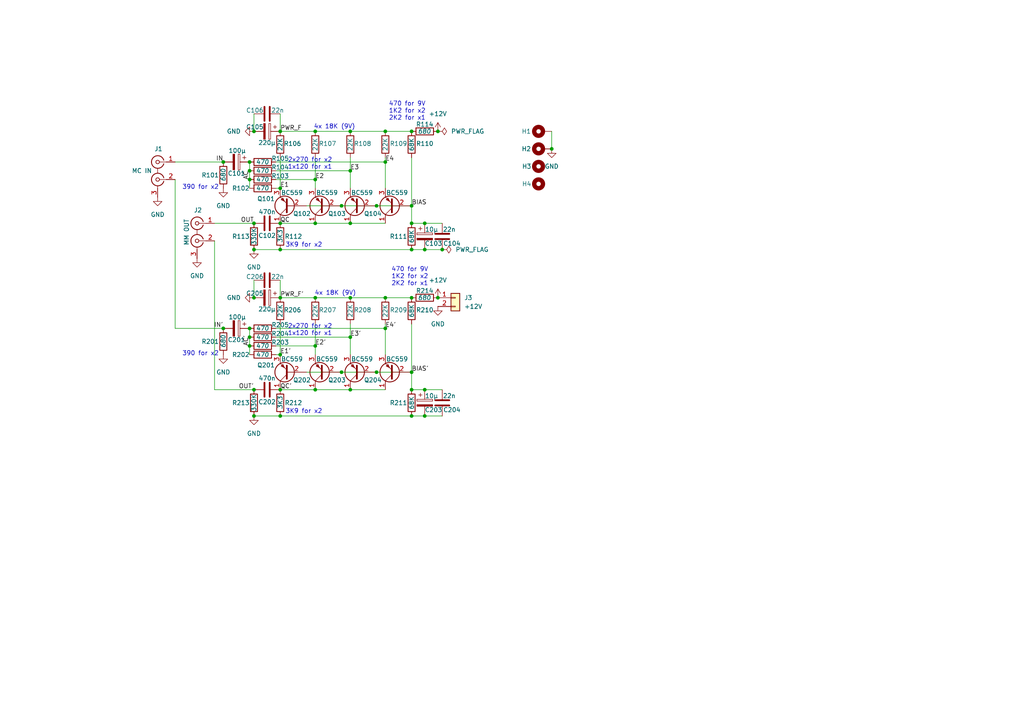
<source format=kicad_sch>
(kicad_sch (version 20231120) (generator "eeschema") (generator_version "8.0")
  (paper "A4")
  (title_block (title "190 moving coil pre-amp") (date "2025-02-17") (rev "v1") (company "TuchAudio") (comment 1 "@zuiko21"))
  (lib_symbols
    (symbol "Connector:Conn_Coaxial_x2" (pin_names (offset 1.016) hide)
      (property "Reference" "J" (at 0 5.715 0))
      (property "Value" "Conn_Coaxial_x2" (at 2.921 0 90))
      (symbol "Conn_Coaxial_x2_0_1"
        (arc (start -1.778 -3.048) (mid 0.2311 -4.3466) (end 1.778 -2.54) (stroke (width 0.254)))
        (arc (start -1.778 2.032) (mid 0.2311 0.7334) (end 1.778 2.54) (stroke (width 0.254)))
        (circle (center 0 -2.54) (radius 0.508) (stroke (width 0.2032)))
        (polyline (pts (xy -2.54 -2.54) (xy -0.508 -2.54)))
        (polyline (pts (xy -2.54 2.54) (xy -0.508 2.54)))
        (polyline (pts (xy 0 -5.08) (xy 0 -4.318)))
        (polyline (pts (xy 0 0.762) (xy 0 -0.635)))
        (circle (center 0 2.54) (radius 0.508) (stroke (width 0.2032)))
        (arc (start 1.778 -2.54) (mid 0.2099 -0.7299) (end -1.778 -2.032) (stroke (width 0.254)))
        (arc (start 1.778 2.54) (mid 0.2099 4.3501) (end -1.778 3.048) (stroke (width 0.254)))
      )
      (symbol "Conn_Coaxial_x2_1_1"
        (pin passive line (at -5.08 2.54 0) (length 2.54) (name "IN1") (number "1"))
        (pin passive line (at -5.08 -2.54 0) (length 2.54) (name "IN2") (number "2"))
        (pin passive line (at 0 -7.62 90) (length 2.54) (name "EXT") (number "3"))
      )
    )
    (symbol "Connector_Generic:Conn_01x02" (pin_names (offset 1.016) hide)
      (property "Reference" "J" (at 0 2.54 0))
      (property "Value" "Conn_01x02" (at 0 -5.08 0))
      (symbol "Conn_01x02_1_1"
        (rectangle (start -1.27 -2.413) (end 0 -2.667) (stroke (width 0.1524)))
        (rectangle (start -1.27 0.127) (end 0 -0.127) (stroke (width 0.1524)))
        (rectangle (start -1.27 1.27) (end 1.27 -3.81) (stroke (width 0.254)) (fill (type background)))
        (pin passive line (at -5.08 0 0) (length 3.81) (name "Pin_1") (number "1"))
        (pin passive line (at -5.08 -2.54 0) (length 3.81) (name "Pin_2") (number "2"))
      )
    )
    (symbol "Device:C" (pin_numbers hide) (pin_names (offset 0.254))
      (property "Reference" "C" (at 0.635 2.54 0))
      (property "Value" "C" (at 0.635 -2.54 0))
      (symbol "C_0_1"
        (polyline (pts (xy -2.032 -0.762) (xy 2.032 -0.762)) (stroke (width 0.508)))
        (polyline (pts (xy -2.032 0.762) (xy 2.032 0.762)) (stroke (width 0.508)))
      )
      (symbol "C_1_1"
        (pin passive line (at 0 3.81 270) (length 2.794) (name "~") (number "1"))
        (pin passive line (at 0 -3.81 90) (length 2.794) (name "~") (number "2"))
      )
    )
    (symbol "Device:C_Polarized" (pin_numbers hide) (pin_names (offset 0.254))
      (property "Reference" "C" (at 0.635 2.54 0))
      (property "Value" "C_Polarized" (at 0.635 -2.54 0))
      (symbol "C_Polarized_0_1"
        (rectangle (start -2.286 0.508) (end 2.286 1.016))
        (polyline (pts (xy -1.778 2.286) (xy -0.762 2.286)))
        (polyline (pts (xy -1.27 2.794) (xy -1.27 1.778)))
        (rectangle (start 2.286 -0.508) (end -2.286 -1.016) (fill (type outline)))
      )
      (symbol "C_Polarized_1_1"
        (pin passive line (at 0 3.81 270) (length 2.794) (name "~") (number "1"))
        (pin passive line (at 0 -3.81 90) (length 2.794) (name "~") (number "2"))
      )
    )
    (symbol "Device:R" (pin_numbers hide) (pin_names (offset 0))
      (property "Reference" "R" (at 2.032 0 90))
      (property "Value" "R" (at 0 0 90))
      (symbol "R_0_1"
        (rectangle (start -1.016 -2.54) (end 1.016 2.54) (stroke (width 0.254)))
      )
      (symbol "R_1_1"
        (pin passive line (at 0 3.81 270) (length 1.27) (name "~") (number "1"))
        (pin passive line (at 0 -3.81 90) (length 1.27) (name "~") (number "2"))
      )
    )
    (symbol "Mechanical:MountingHole" (pin_names (offset 1.016)) (exclude_from_sim yes) (in_bom no)
      (property "Reference" "H" (at 0 5.08 0))
      (property "Value" "MountingHole" (at 0 3.175 0))
      (symbol "MountingHole_0_1"
        (circle (center 0 0) (radius 1.27) (stroke (width 1.27)))
      )
    )
    (symbol "Mechanical:MountingHole_Pad" (pin_numbers hide) (pin_names (offset 1.016) hide) (exclude_from_sim yes) (in_bom no)
      (property "Reference" "H" (at 0 6.35 0))
      (property "Value" "MountingHole_Pad" (at 0 4.445 0))
      (symbol "MountingHole_Pad_0_1"
        (circle (center 0 1.27) (radius 1.27) (stroke (width 1.27)))
      )
      (symbol "MountingHole_Pad_1_1"
        (pin input line (at 0 -2.54 90) (length 2.54) (name "1") (number "1"))
      )
    )
    (symbol "Transistor_BJT:BC559" (pin_names (offset 0) hide)
      (property "Reference" "Q" (at 5.08 1.905 0))
      (property "Value" "BC559" (at 5.08 0 0))
      (symbol "BC559_0_1"
        (polyline (pts (xy 0.635 0.635) (xy 2.54 2.54)))
        (polyline (pts (xy 0.635 -0.635) (xy 2.54 -2.54) (xy 2.54 -2.54)))
        (polyline (pts (xy 0.635 1.905) (xy 0.635 -1.905) (xy 0.635 -1.905)) (stroke (width 0.508)))
        (polyline (pts (xy 2.286 -1.778) (xy 1.778 -2.286) (xy 1.27 -1.27) (xy 2.286 -1.778) (xy 2.286 -1.778)) (fill (type outline)))
        (circle (center 1.27 0) (radius 2.8194) (stroke (width 0.254)))
      )
      (symbol "BC559_1_1"
        (pin passive line (at 2.54 5.08 270) (length 2.54) (name "C") (number "1"))
        (pin input line (at -5.08 0 0) (length 5.715) (name "B") (number "2"))
        (pin passive line (at 2.54 -5.08 90) (length 2.54) (name "E") (number "3"))
      )
    )
    (symbol "power:+12V" (power) (pin_numbers hide) (pin_names (offset 0) hide)
      (property "Value" "+12V" (at 0 3.556 0))
      (symbol "+12V_0_1"
        (polyline (pts (xy -0.762 1.27) (xy 0 2.54)))
        (polyline (pts (xy 0 0) (xy 0 2.54)))
        (polyline (pts (xy 0 2.54) (xy 0.762 1.27)))
      )
      (symbol "+12V_1_1"
        (pin power_in line (at 0 0 90) (length 0) (name "~") (number "1"))
      )
    )
    (symbol "power:GND" (power) (pin_numbers hide) (pin_names (offset 0) hide)
      (property "Value" "GND" (at 0 -3.81 0))
      (symbol "GND_0_1"
        (polyline (pts (xy 0 0) (xy 0 -1.27) (xy 1.27 -1.27) (xy 0 -2.54) (xy -1.27 -1.27) (xy 0 -1.27)))
      )
      (symbol "GND_1_1"
        (pin power_in line (at 0 0 270) (length 0) (name "~") (number "1"))
      )
    )
    (symbol "power:PWR_FLAG" (power) (pin_numbers hide) (pin_names (offset 0) hide)
      (property "Value" "PWR_FLAG" (at 0 3.81 0))
      (symbol "PWR_FLAG_0_0"
        (pin power_out line (at 0 0 90) (length 0) (name "~") (number "1"))
      )
      (symbol "PWR_FLAG_0_1"
        (polyline (pts (xy 0 0) (xy 0 1.27) (xy -1.016 1.905) (xy 0 2.54) (xy 1.016 1.905) (xy 0 1.27)))
      )
    )
  )
  (junction (at 91.44 38.1))
  (junction (at 73.66 113.03))
  (junction (at 81.28 64.77))
  (junction (at 101.6 97.79))
  (junction (at 101.6 113.03))
  (junction (at 81.28 120.65))
  (junction (at 64.77 46.99))
  (junction (at 91.44 86.36))
  (junction (at 72.39 100.33))
  (junction (at 127 38.1))
  (junction (at 72.39 97.79))
  (junction (at 128.27 72.39))
  (junction (at 73.66 64.77))
  (junction (at 101.6 64.77))
  (junction (at 111.76 95.25))
  (junction (at 91.44 64.77))
  (junction (at 119.38 113.03))
  (junction (at 91.44 113.03))
  (junction (at 73.66 38.1))
  (junction (at 111.76 86.36))
  (junction (at 73.66 120.65))
  (junction (at 123.19 72.39))
  (junction (at 73.66 86.36))
  (junction (at 109.22 59.69))
  (junction (at 72.39 46.99))
  (junction (at 99.06 59.69))
  (junction (at 81.28 38.1))
  (junction (at 81.28 72.39))
  (junction (at 101.6 49.53))
  (junction (at 119.38 38.1))
  (junction (at 123.19 64.77))
  (junction (at 64.77 95.25))
  (junction (at 81.28 54.61))
  (junction (at 111.76 38.1))
  (junction (at 101.6 86.36))
  (junction (at 99.06 107.95))
  (junction (at 109.22 107.95))
  (junction (at 101.6 38.1))
  (junction (at 72.39 95.25))
  (junction (at 119.38 120.65))
  (junction (at 127 86.36))
  (junction (at 72.39 49.53))
  (junction (at 119.38 86.36))
  (junction (at 119.38 107.95))
  (junction (at 119.38 64.77))
  (junction (at 81.28 86.36))
  (junction (at 72.39 52.07))
  (junction (at 123.19 120.65))
  (junction (at 160.02 43.18))
  (junction (at 119.38 59.69))
  (junction (at 91.44 52.07))
  (junction (at 91.44 100.33))
  (junction (at 81.28 102.87))
  (junction (at 119.38 72.39))
  (junction (at 81.28 113.03))
  (junction (at 111.76 46.99))
  (junction (at 73.66 72.39))
  (junction (at 123.19 113.03))
  (wire (pts (xy 123.19 113.03) (xy 128.27 113.03)))
  (wire (pts (xy 72.39 95.25) (xy 72.39 97.79)))
  (wire (pts (xy 111.76 46.99) (xy 111.76 54.61)))
  (wire (pts (xy 80.01 54.61) (xy 81.28 54.61)))
  (wire (pts (xy 80.01 95.25) (xy 111.76 95.25)))
  (wire (pts (xy 80.01 100.33) (xy 91.44 100.33)))
  (wire (pts (xy 62.23 113.03) (xy 73.66 113.03)))
  (wire (pts (xy 109.22 59.69) (xy 119.38 59.69)))
  (wire (pts (xy 81.28 64.77) (xy 91.44 64.77)))
  (wire (pts (xy 119.38 64.77) (xy 123.19 64.77)))
  (wire (pts (xy 80.01 97.79) (xy 101.6 97.79)))
  (wire (pts (xy 119.38 72.39) (xy 123.19 72.39)))
  (wire (pts (xy 101.6 45.72) (xy 101.6 49.53)))
  (wire (pts (xy 72.39 52.07) (xy 72.39 54.61)))
  (wire (pts (xy 101.6 64.77) (xy 111.76 64.77)))
  (wire (pts (xy 80.01 49.53) (xy 101.6 49.53)))
  (wire (pts (xy 123.19 120.65) (xy 128.27 120.65)))
  (wire (pts (xy 119.38 64.77) (xy 119.38 59.69)))
  (wire (pts (xy 81.28 72.39) (xy 119.38 72.39)))
  (wire (pts (xy 101.6 93.98) (xy 101.6 97.79)))
  (wire (pts (xy 101.6 86.36) (xy 111.76 86.36)))
  (wire (pts (xy 81.28 33.02) (xy 81.28 38.1)))
  (wire (pts (xy 50.8 52.07) (xy 50.8 95.25)))
  (wire (pts (xy 119.38 113.03) (xy 123.19 113.03)))
  (wire (pts (xy 91.44 64.77) (xy 101.6 64.77)))
  (wire (pts (xy 91.44 113.03) (xy 101.6 113.03)))
  (wire (pts (xy 119.38 93.98) (xy 119.38 107.95)))
  (wire (pts (xy 91.44 38.1) (xy 101.6 38.1)))
  (wire (pts (xy 62.23 64.77) (xy 73.66 64.77)))
  (wire (pts (xy 72.39 49.53) (xy 72.39 52.07)))
  (wire (pts (xy 111.76 95.25) (xy 111.76 102.87)))
  (wire (pts (xy 99.06 107.95) (xy 109.22 107.95)))
  (wire (pts (xy 81.28 113.03) (xy 91.44 113.03)))
  (wire (pts (xy 91.44 86.36) (xy 101.6 86.36)))
  (wire (pts (xy 91.44 100.33) (xy 91.44 102.87)))
  (wire (pts (xy 80.01 102.87) (xy 81.28 102.87)))
  (wire (pts (xy 81.28 93.98) (xy 81.28 102.87)))
  (wire (pts (xy 81.28 81.28) (xy 81.28 86.36)))
  (wire (pts (xy 91.44 93.98) (xy 91.44 100.33)))
  (wire (pts (xy 109.22 107.95) (xy 119.38 107.95)))
  (wire (pts (xy 111.76 86.36) (xy 119.38 86.36)))
  (wire (pts (xy 73.66 120.65) (xy 81.28 120.65)))
  (wire (pts (xy 111.76 45.72) (xy 111.76 46.99)))
  (wire (pts (xy 80.01 46.99) (xy 111.76 46.99)))
  (wire (pts (xy 88.9 59.69) (xy 99.06 59.69)))
  (wire (pts (xy 81.28 45.72) (xy 81.28 54.61)))
  (wire (pts (xy 123.19 72.39) (xy 128.27 72.39)))
  (wire (pts (xy 160.02 38.1) (xy 160.02 43.18)))
  (wire (pts (xy 88.9 107.95) (xy 99.06 107.95)))
  (wire (pts (xy 101.6 113.03) (xy 111.76 113.03)))
  (wire (pts (xy 62.23 69.85) (xy 62.23 113.03)))
  (wire (pts (xy 73.66 72.39) (xy 81.28 72.39)))
  (wire (pts (xy 119.38 113.03) (xy 119.38 107.95)))
  (wire (pts (xy 91.44 52.07) (xy 91.44 54.61)))
  (wire (pts (xy 91.44 45.72) (xy 91.44 52.07)))
  (wire (pts (xy 50.8 95.25) (xy 64.77 95.25)))
  (wire (pts (xy 72.39 46.99) (xy 72.39 49.53)))
  (wire (pts (xy 101.6 97.79) (xy 101.6 102.87)))
  (wire (pts (xy 111.76 93.98) (xy 111.76 95.25)))
  (wire (pts (xy 73.66 81.28) (xy 73.66 86.36)))
  (wire (pts (xy 81.28 120.65) (xy 119.38 120.65)))
  (wire (pts (xy 123.19 64.77) (xy 128.27 64.77)))
  (wire (pts (xy 81.28 38.1) (xy 91.44 38.1)))
  (wire (pts (xy 101.6 38.1) (xy 111.76 38.1)))
  (wire (pts (xy 81.28 86.36) (xy 91.44 86.36)))
  (wire (pts (xy 111.76 38.1) (xy 119.38 38.1)))
  (wire (pts (xy 72.39 100.33) (xy 72.39 102.87)))
  (wire (pts (xy 80.01 52.07) (xy 91.44 52.07)))
  (wire (pts (xy 99.06 59.69) (xy 109.22 59.69)))
  (wire (pts (xy 119.38 120.65) (xy 123.19 120.65)))
  (wire (pts (xy 50.8 46.99) (xy 64.77 46.99)))
  (wire (pts (xy 73.66 33.02) (xy 73.66 38.1)))
  (wire (pts (xy 101.6 49.53) (xy 101.6 54.61)))
  (wire (pts (xy 72.39 97.79) (xy 72.39 100.33)))
  (wire (pts (xy 119.38 45.72) (xy 119.38 59.69)))
  (text "470 for 9V\n1K2 for x2\n2K2 for x1" (at 118.872 80.264 0) (effects (font (size 1.27 1.27))))
  (text "390 for x2" (at 58.166 54.356 0) (effects (font (size 1.27 1.27))))
  (text "3K9 for x2" (at 88.138 71.12 0) (effects (font (size 1.27 1.27))))
  (text "390 for x2" (at 58.166 102.616 0) (effects (font (size 1.27 1.27))))
  (text "470 for 9V\n1K2 for x2\n2K2 for x1" (at 118.11 32.258 0) (effects (font (size 1.27 1.27))))
  (text "3K9 for x2" (at 88.138 119.38 0) (effects (font (size 1.27 1.27))))
  (text "4x 18K (9V)" (at 97.282 85.09 0) (effects (font (size 1.27 1.27))))
  (text "2x270 for x2\n1x120 for x1" (at 89.916 95.758 0) (effects (font (size 1.27 1.27))))
  (text "4x 18K (9V)" (at 97.028 36.83 0) (effects (font (size 1.27 1.27))))
  (text "2x270 for x2\n1x120 for x1" (at 89.916 47.498 0) (effects (font (size 1.27 1.27))))
  (label "OUT'" (at 73.66 113.03 180))
  (label "E2" (at 91.44 52.07 0))
  (label "IN" (at 64.77 46.99 180))
  (label "BIAS'" (at 119.38 107.95 0))
  (label "OUT" (at 73.66 64.77 180))
  (label "E4" (at 111.76 46.99 0))
  (label "E1'" (at 81.28 102.87 0))
  (label "PWR_F" (at 81.28 38.1 0))
  (label "E2'" (at 91.44 100.33 0))
  (label "QC" (at 81.28 64.77 0))
  (label "E3" (at 101.6 49.53 0))
  (label "E3'" (at 101.6 97.79 0))
  (label "E1" (at 81.28 54.61 0))
  (label "BIAS" (at 119.38 59.69 0))
  (label "E4'" (at 111.76 95.25 0))
  (label "IN'" (at 64.77 95.25 180))
  (label "PWR_F'" (at 81.28 86.36 0))
  (label "AC'" (at 72.39 100.33 90))
  (label "QC'" (at 81.28 113.03 0))
  (label "AC" (at 72.39 52.07 90))
  (symbol (lib_id "Connector:Conn_Coaxial_x2") (at 57.15 67.31 0) (mirror y) (unit 1)
    (property "Reference" "J2" (at 57.404 60.96 0))
    (property "Value" "MM OUT" (at 54.102 67.31 90))
    (property "Footprint" "durango:2xRCA_vertical" (effects (hide yes)))
    (property "Description" "double coaxial connector (BNC, SMA, SMB, SMC, Cinch/RCA, LEMO, ...)" (effects (hide yes)))
  )
  (symbol (lib_id "Transistor_BJT:BC559") (at 114.3 107.95 180) (unit 1)
    (property "Reference" "Q204" (at 110.744 110.236 0) (effects (justify left)))
    (property "Value" "BC559" (at 118.364 104.14 0) (effects (justify left)))
    (property "Footprint" "Package_TO_SOT_THT:TO-92_Inline" (effects (hide yes)))
    (property "Datasheet" "https://www.onsemi.com/pub/Collateral/BC556BTA-D.pdf" (effects (hide yes)))
    (property "Description" "0.1A Ic, 30V Vce, PNP Small Signal Transistor, TO-92" (effects (hide yes)))
  )
  (symbol (lib_id "Device:R") (at 73.66 68.58 0) (unit 1)
    (property "Reference" "R113" (at 67.31 68.58 0) (effects (justify left)))
    (property "Value" "330K" (at 73.66 68.58 90))
    (property "Footprint" "Resistor_THT:R_Axial_DIN0207_L6.3mm_D2.5mm_P10.16mm_Horizontal" (effects (hide yes)))
    (property "Description" "Resistor" (effects (hide yes)))
  )
  (symbol (lib_id "power:GND") (at 57.15 74.93 0) (unit 1)
    (property "Reference" "#PWR010" (effects (hide yes)))
    (property "Value" "GND" (at 57.15 80.01 0))
    (property "Description" "Power symbol creates a global label with name \"GND\" , ground" (effects (hide yes)))
  )
  (symbol (lib_id "Device:R") (at 119.38 68.58 0) (unit 1)
    (property "Reference" "R111" (at 113.03 68.58 0) (effects (justify left)))
    (property "Value" "68K" (at 119.38 68.58 90))
    (property "Footprint" "Resistor_THT:R_Axial_DIN0207_L6.3mm_D2.5mm_P10.16mm_Horizontal" (effects (hide yes)))
    (property "Description" "Resistor" (effects (hide yes)))
  )
  (symbol (lib_id "Device:C") (at 77.47 64.77 90) (unit 1)
    (property "Reference" "C102" (at 77.47 68.326 90))
    (property "Value" "470n" (at 77.47 61.468 90))
    (property "Footprint" "Capacitor_THT:C_Rect_L7.2mm_W3.0mm_P5.00mm_FKS2_FKP2_MKS2_MKP2" (effects (hide yes)))
    (property "Description" "Unpolarized capacitor" (effects (hide yes)))
  )
  (symbol (lib_id "power:PWR_FLAG") (at 127 38.1 270) (unit 1)
    (property "Reference" "#FLG01" (effects (hide yes)))
    (property "Value" "PWR_FLAG" (at 130.81 38.0999 90) (effects (justify left)))
    (property "Description" "Special symbol for telling ERC where power comes from" (effects (hide yes)))
  )
  (symbol (lib_id "Device:R") (at 119.38 116.84 0) (unit 1)
    (property "Reference" "R211" (at 113.03 116.84 0) (effects (justify left)))
    (property "Value" "68K" (at 119.38 116.84 90))
    (property "Footprint" "Resistor_THT:R_Axial_DIN0207_L6.3mm_D2.5mm_P10.16mm_Horizontal" (effects (hide yes)))
    (property "Description" "Resistor" (effects (hide yes)))
  )
  (symbol (lib_id "Device:C_Polarized") (at 77.47 38.1 270) (unit 1)
    (property "Reference" "C105" (at 73.914 36.83 90))
    (property "Value" "220µ" (at 77.47 41.402 90))
    (property "Footprint" "Capacitor_THT:CP_Radial_D6.3mm_P2.50mm" (effects (hide yes)))
    (property "Description" "Polarized capacitor" (effects (hide yes)))
  )
  (symbol (lib_id "Mechanical:MountingHole") (at 156.21 48.26 0) (unit 1) (exclude_from_sim yes) (in_bom no)
    (property "Reference" "H3" (at 151.384 48.26 0) (effects (justify left)))
    (property "Value" "MountingHole" (effects (hide yes)))
    (property "Footprint" "MountingHole:MountingHole_3.2mm_M3" (effects (hide yes)))
    (property "Description" "Mounting Hole without connection" (effects (hide yes)))
  )
  (symbol (lib_id "Device:R") (at 81.28 41.91 0) (unit 1)
    (property "Reference" "R106" (at 82.296 41.656 0) (effects (justify left)))
    (property "Value" "22K" (at 81.28 41.91 90))
    (property "Footprint" "Resistor_THT:R_Axial_DIN0207_L6.3mm_D2.5mm_P10.16mm_Horizontal" (effects (hide yes)))
    (property "Description" "Resistor" (effects (hide yes)))
  )
  (symbol (lib_id "Device:C_Polarized") (at 68.58 95.25 270) (unit 1)
    (property "Reference" "C201" (at 68.58 98.552 90))
    (property "Value" "100µ" (at 68.834 91.948 90))
    (property "Footprint" "Capacitor_THT:CP_Radial_D4.0mm_P1.50mm" (effects (hide yes)))
    (property "Description" "Polarized capacitor" (effects (hide yes)))
  )
  (symbol (lib_id "Device:C") (at 77.47 33.02 90) (unit 1)
    (property "Reference" "C106" (at 73.914 32.004 90))
    (property "Value" "22n" (at 80.518 32.004 90))
    (property "Footprint" "Capacitor_THT:C_Disc_D6.0mm_W2.5mm_P5.00mm" (effects (hide yes)))
    (property "Description" "Unpolarized capacitor" (effects (hide yes)))
  )
  (symbol (lib_id "power:GND") (at 73.66 86.36 270) (unit 1)
    (property "Reference" "#PWR06" (effects (hide yes)))
    (property "Value" "GND" (at 69.85 86.3599 90) (effects (justify right)))
    (property "Description" "Power symbol creates a global label with name \"GND\" , ground" (effects (hide yes)))
  )
  (symbol (lib_id "power:+12V") (at 127 38.1 0) (unit 1)
    (property "Reference" "#PWR02" (effects (hide yes)))
    (property "Value" "+12V" (at 127 33.02 0))
    (property "Description" "Power symbol creates a global label with name \"+12V\"" (effects (hide yes)))
  )
  (symbol (lib_id "Device:R") (at 119.38 90.17 0) (unit 1)
    (property "Reference" "R210" (at 120.65 89.916 0) (effects (justify left)))
    (property "Value" "68K" (at 119.38 90.17 90))
    (property "Footprint" "Resistor_THT:R_Axial_DIN0207_L6.3mm_D2.5mm_P10.16mm_Horizontal" (effects (hide yes)))
    (property "Description" "Resistor" (effects (hide yes)))
  )
  (symbol (lib_id "Mechanical:MountingHole_Pad") (at 157.48 38.1 90) (unit 1) (exclude_from_sim yes) (in_bom no)
    (property "Reference" "H1" (at 152.654 38.1 90))
    (property "Value" "MountingHole_Pad" (effects (hide yes)))
    (property "Footprint" "MountingHole:MountingHole_3.2mm_M3_DIN965_Pad" (effects (hide yes)))
    (property "Description" "Mounting Hole with connection" (effects (hide yes)))
  )
  (symbol (lib_id "Device:R") (at 76.2 46.99 90) (unit 1)
    (property "Reference" "R105" (at 81.28 45.974 90))
    (property "Value" "470" (at 76.2 46.99 90) (effects (font (italic yes))))
    (property "Footprint" "Resistor_THT:R_Axial_DIN0207_L6.3mm_D2.5mm_P10.16mm_Horizontal" (effects (hide yes)))
    (property "Description" "Resistor" (effects (hide yes)))
  )
  (symbol (lib_id "Device:C") (at 77.47 113.03 90) (unit 1)
    (property "Reference" "C202" (at 77.47 116.586 90))
    (property "Value" "470n" (at 77.47 109.728 90))
    (property "Footprint" "Capacitor_THT:C_Rect_L7.2mm_W3.0mm_P5.00mm_FKS2_FKP2_MKS2_MKP2" (effects (hide yes)))
    (property "Description" "Unpolarized capacitor" (effects (hide yes)))
  )
  (symbol (lib_id "Device:C") (at 77.47 81.28 90) (unit 1)
    (property "Reference" "C206" (at 73.914 80.264 90))
    (property "Value" "22n" (at 80.518 80.264 90))
    (property "Footprint" "Capacitor_THT:C_Disc_D6.0mm_W2.5mm_P5.00mm" (effects (hide yes)))
    (property "Description" "Unpolarized capacitor" (effects (hide yes)))
  )
  (symbol (lib_id "Transistor_BJT:BC559") (at 93.98 107.95 180) (unit 1)
    (property "Reference" "Q202" (at 90.17 110.236 0) (effects (justify left)))
    (property "Value" "BC559" (at 98.044 104.14 0) (effects (justify left)))
    (property "Footprint" "Package_TO_SOT_THT:TO-92_Inline" (effects (hide yes)))
    (property "Datasheet" "https://www.onsemi.com/pub/Collateral/BC556BTA-D.pdf" (effects (hide yes)))
    (property "Description" "0.1A Ic, 30V Vce, PNP Small Signal Transistor, TO-92" (effects (hide yes)))
  )
  (symbol (lib_id "Device:R") (at 81.28 90.17 0) (unit 1)
    (property "Reference" "R206" (at 82.296 89.916 0) (effects (justify left)))
    (property "Value" "22K" (at 81.28 90.17 90))
    (property "Footprint" "Resistor_THT:R_Axial_DIN0207_L6.3mm_D2.5mm_P10.16mm_Horizontal" (effects (hide yes)))
    (property "Description" "Resistor" (effects (hide yes)))
  )
  (symbol (lib_id "Device:R") (at 91.44 90.17 0) (unit 1)
    (property "Reference" "R207" (at 92.456 89.916 0) (effects (justify left)))
    (property "Value" "22K" (at 91.44 90.17 90))
    (property "Footprint" "Resistor_THT:R_Axial_DIN0207_L6.3mm_D2.5mm_P10.16mm_Horizontal" (effects (hide yes)))
    (property "Description" "Resistor" (effects (hide yes)))
  )
  (symbol (lib_id "power:GND") (at 73.66 72.39 0) (unit 1)
    (property "Reference" "#PWR01" (effects (hide yes)))
    (property "Value" "GND" (at 73.66 77.47 0))
    (property "Description" "Power symbol creates a global label with name \"GND\" , ground" (effects (hide yes)))
  )
  (symbol (lib_id "power:GND") (at 64.77 54.61 0) (unit 1)
    (property "Reference" "#PWR03" (effects (hide yes)))
    (property "Value" "GND" (at 64.77 59.69 0))
    (property "Description" "Power symbol creates a global label with name \"GND\" , ground" (effects (hide yes)))
  )
  (symbol (lib_id "Device:R") (at 73.66 116.84 0) (unit 1)
    (property "Reference" "R213" (at 67.31 116.84 0) (effects (justify left)))
    (property "Value" "330K" (at 73.66 116.84 90))
    (property "Footprint" "Resistor_THT:R_Axial_DIN0207_L6.3mm_D2.5mm_P10.16mm_Horizontal" (effects (hide yes)))
    (property "Description" "Resistor" (effects (hide yes)))
  )
  (symbol (lib_id "Device:R") (at 64.77 99.06 0) (unit 1)
    (property "Reference" "R201" (at 58.42 99.06 0) (effects (justify left)))
    (property "Value" "680" (at 64.77 99.06 90) (effects (font (italic yes))))
    (property "Footprint" "Resistor_THT:R_Axial_DIN0207_L6.3mm_D2.5mm_P10.16mm_Horizontal" (effects (hide yes)))
    (property "Description" "Resistor" (effects (hide yes)))
  )
  (symbol (lib_id "Device:R") (at 76.2 49.53 90) (unit 1)
    (property "Reference" "R104" (at 81.28 48.514 90))
    (property "Value" "470" (at 76.2 49.53 90) (effects (font (italic yes))))
    (property "Footprint" "Resistor_THT:R_Axial_DIN0207_L6.3mm_D2.5mm_P10.16mm_Horizontal" (effects (hide yes)))
    (property "Description" "Resistor" (effects (hide yes)))
  )
  (symbol (lib_id "Connector_Generic:Conn_01x02") (at 132.08 86.36 0) (unit 1)
    (property "Reference" "J3" (at 134.62 86.3599 0) (effects (justify left)))
    (property "Value" "+12V" (at 134.62 88.8999 0) (effects (justify left)))
    (property "Footprint" "Connector_PinSocket_2.54mm:PinSocket_1x02_P2.54mm_Vertical" (effects (hide yes)))
    (property "Description" "Generic connector, single row, 01x02, script generated (kicad-library-utils/schlib/autogen/connector/)" (effects (hide yes)))
  )
  (symbol (lib_id "Device:R") (at 76.2 95.25 90) (unit 1)
    (property "Reference" "R205" (at 81.28 94.234 90))
    (property "Value" "470" (at 76.2 95.25 90) (effects (font (italic yes))))
    (property "Footprint" "Resistor_THT:R_Axial_DIN0207_L6.3mm_D2.5mm_P10.16mm_Horizontal" (effects (hide yes)))
    (property "Description" "Resistor" (effects (hide yes)))
  )
  (symbol (lib_id "Device:R") (at 81.28 116.84 0) (unit 1)
    (property "Reference" "R212" (at 82.55 116.84 0) (effects (justify left)))
    (property "Value" "3K3" (at 81.28 116.84 90) (effects (font (italic yes))))
    (property "Footprint" "Resistor_THT:R_Axial_DIN0207_L6.3mm_D2.5mm_P10.16mm_Horizontal" (effects (hide yes)))
    (property "Description" "Resistor" (effects (hide yes)))
  )
  (symbol (lib_id "Transistor_BJT:BC559") (at 104.14 59.69 180) (unit 1)
    (property "Reference" "Q103" (at 100.33 61.976 0) (effects (justify left)))
    (property "Value" "BC559" (at 108.204 55.88 0) (effects (justify left)))
    (property "Footprint" "Package_TO_SOT_THT:TO-92_Inline" (effects (hide yes)))
    (property "Datasheet" "https://www.onsemi.com/pub/Collateral/BC556BTA-D.pdf" (effects (hide yes)))
    (property "Description" "0.1A Ic, 30V Vce, PNP Small Signal Transistor, TO-92" (effects (hide yes)))
  )
  (symbol (lib_id "power:GND") (at 127 88.9 0) (unit 1)
    (property "Reference" "#PWR011" (effects (hide yes)))
    (property "Value" "GND" (at 127 93.98 0))
    (property "Description" "Power symbol creates a global label with name \"GND\" , ground" (effects (hide yes)))
  )
  (symbol (lib_id "power:GND") (at 73.66 120.65 0) (unit 1)
    (property "Reference" "#PWR07" (effects (hide yes)))
    (property "Value" "GND" (at 73.66 125.73 0))
    (property "Description" "Power symbol creates a global label with name \"GND\" , ground" (effects (hide yes)))
  )
  (symbol (lib_id "power:GND") (at 160.02 43.18 0) (unit 1)
    (property "Reference" "#PWR012" (effects (hide yes)))
    (property "Value" "GND" (at 160.02 48.26 0))
    (property "Description" "Power symbol creates a global label with name \"GND\" , ground" (effects (hide yes)))
  )
  (symbol (lib_id "power:GND") (at 73.66 38.1 270) (unit 1)
    (property "Reference" "#PWR04" (effects (hide yes)))
    (property "Value" "GND" (at 69.85 38.0999 90) (effects (justify right)))
    (property "Description" "Power symbol creates a global label with name \"GND\" , ground" (effects (hide yes)))
  )
  (symbol (lib_id "Device:R") (at 119.38 41.91 0) (unit 1)
    (property "Reference" "R110" (at 120.65 41.656 0) (effects (justify left)))
    (property "Value" "68K" (at 119.38 41.91 90))
    (property "Footprint" "Resistor_THT:R_Axial_DIN0207_L6.3mm_D2.5mm_P10.16mm_Horizontal" (effects (hide yes)))
    (property "Description" "Resistor" (effects (hide yes)))
  )
  (symbol (lib_id "Device:R") (at 111.76 90.17 0) (unit 1)
    (property "Reference" "R209" (at 113.03 89.916 0) (effects (justify left)))
    (property "Value" "22K" (at 111.76 90.17 90))
    (property "Footprint" "Resistor_THT:R_Axial_DIN0207_L6.3mm_D2.5mm_P10.16mm_Horizontal" (effects (hide yes)))
    (property "Description" "Resistor" (effects (hide yes)))
  )
  (symbol (lib_id "power:PWR_FLAG") (at 128.27 72.39 270) (unit 1)
    (property "Reference" "#FLG02" (effects (hide yes)))
    (property "Value" "PWR_FLAG" (at 132.08 72.3899 90) (effects (justify left)))
    (property "Description" "Special symbol for telling ERC where power comes from" (effects (hide yes)))
  )
  (symbol (lib_id "Device:C_Polarized") (at 77.47 86.36 270) (unit 1)
    (property "Reference" "C205" (at 73.914 85.09 90))
    (property "Value" "220µ" (at 77.47 89.662 90))
    (property "Footprint" "Capacitor_THT:CP_Radial_D6.3mm_P2.50mm" (effects (hide yes)))
    (property "Description" "Polarized capacitor" (effects (hide yes)))
  )
  (symbol (lib_id "Device:R") (at 91.44 41.91 0) (unit 1)
    (property "Reference" "R107" (at 92.456 41.656 0) (effects (justify left)))
    (property "Value" "22K" (at 91.44 41.91 90))
    (property "Footprint" "Resistor_THT:R_Axial_DIN0207_L6.3mm_D2.5mm_P10.16mm_Horizontal" (effects (hide yes)))
    (property "Description" "Resistor" (effects (hide yes)))
  )
  (symbol (lib_id "Device:R") (at 111.76 41.91 0) (unit 1)
    (property "Reference" "R109" (at 113.03 41.656 0) (effects (justify left)))
    (property "Value" "22K" (at 111.76 41.91 90))
    (property "Footprint" "Resistor_THT:R_Axial_DIN0207_L6.3mm_D2.5mm_P10.16mm_Horizontal" (effects (hide yes)))
    (property "Description" "Resistor" (effects (hide yes)))
  )
  (symbol (lib_id "Device:R") (at 101.6 41.91 0) (unit 1)
    (property "Reference" "R108" (at 102.616 41.656 0) (effects (justify left)))
    (property "Value" "22K" (at 101.6 41.91 90))
    (property "Footprint" "Resistor_THT:R_Axial_DIN0207_L6.3mm_D2.5mm_P10.16mm_Horizontal" (effects (hide yes)))
    (property "Description" "Resistor" (effects (hide yes)))
  )
  (symbol (lib_id "Device:C_Polarized") (at 123.19 116.84 0) (unit 1)
    (property "Reference" "C203" (at 123.19 118.872 0) (effects (justify left)))
    (property "Value" "10µ" (at 125.222 114.808 0))
    (property "Footprint" "Capacitor_THT:CP_Radial_D4.0mm_P1.50mm" (effects (hide yes)))
    (property "Description" "Polarized capacitor" (effects (hide yes)))
  )
  (symbol (lib_id "Device:R") (at 76.2 52.07 90) (unit 1)
    (property "Reference" "R103" (at 81.28 51.054 90))
    (property "Value" "470" (at 76.2 52.07 90) (effects (font (italic yes))))
    (property "Footprint" "Resistor_THT:R_Axial_DIN0207_L6.3mm_D2.5mm_P10.16mm_Horizontal" (effects (hide yes)))
    (property "Description" "Resistor" (effects (hide yes)))
  )
  (symbol (lib_id "Transistor_BJT:BC559") (at 83.82 107.95 180) (unit 1)
    (property "Reference" "Q201" (at 79.756 105.918 0) (effects (justify left)))
    (property "Value" "BC559" (at 87.884 104.14 0) (effects (justify left)))
    (property "Footprint" "Package_TO_SOT_THT:TO-92_Inline" (effects (hide yes)))
    (property "Datasheet" "https://www.onsemi.com/pub/Collateral/BC556BTA-D.pdf" (effects (hide yes)))
    (property "Description" "0.1A Ic, 30V Vce, PNP Small Signal Transistor, TO-92" (effects (hide yes)))
  )
  (symbol (lib_id "Mechanical:MountingHole") (at 156.21 53.34 0) (unit 1) (exclude_from_sim yes) (in_bom no)
    (property "Reference" "H4" (at 151.384 53.34 0) (effects (justify left)))
    (property "Value" "MountingHole" (effects (hide yes)))
    (property "Footprint" "MountingHole:MountingHole_3.2mm_M3" (effects (hide yes)))
    (property "Description" "Mounting Hole without connection" (effects (hide yes)))
  )
  (symbol (lib_id "Mechanical:MountingHole_Pad") (at 157.48 43.18 90) (unit 1) (exclude_from_sim yes) (in_bom no)
    (property "Reference" "H2" (at 152.654 43.18 90))
    (property "Value" "MountingHole_Pad" (effects (hide yes)))
    (property "Footprint" "MountingHole:MountingHole_3.2mm_M3_DIN965_Pad" (effects (hide yes)))
    (property "Description" "Mounting Hole with connection" (effects (hide yes)))
  )
  (symbol (lib_id "Device:R") (at 123.19 38.1 90) (unit 1)
    (property "Reference" "R114" (at 123.19 36.068 90))
    (property "Value" "680" (at 123.19 38.1 90) (effects (font (italic yes))))
    (property "Footprint" "Resistor_THT:R_Axial_DIN0207_L6.3mm_D2.5mm_P10.16mm_Horizontal" (effects (hide yes)))
    (property "Description" "Resistor" (effects (hide yes)))
  )
  (symbol (lib_id "Connector:Conn_Coaxial_x2") (at 45.72 49.53 0) (mirror y) (unit 1)
    (property "Reference" "J1" (at 45.974 43.18 0))
    (property "Value" "MC IN" (at 41.148 49.53 0))
    (property "Footprint" "durango:2xRCA_vertical" (effects (hide yes)))
    (property "Description" "double coaxial connector (BNC, SMA, SMB, SMC, Cinch/RCA, LEMO, ...)" (effects (hide yes)))
  )
  (symbol (lib_id "Device:R") (at 123.19 86.36 90) (unit 1)
    (property "Reference" "R214" (at 123.19 84.328 90))
    (property "Value" "680" (at 123.19 86.36 90) (effects (font (italic yes))))
    (property "Footprint" "Resistor_THT:R_Axial_DIN0207_L6.3mm_D2.5mm_P10.16mm_Horizontal" (effects (hide yes)))
    (property "Description" "Resistor" (effects (hide yes)))
  )
  (symbol (lib_id "power:+12V") (at 127 86.36 0) (unit 1)
    (property "Reference" "#PWR08" (effects (hide yes)))
    (property "Value" "+12V" (at 127 81.28 0))
    (property "Description" "Power symbol creates a global label with name \"+12V\"" (effects (hide yes)))
  )
  (symbol (lib_id "Device:R") (at 76.2 97.79 90) (unit 1)
    (property "Reference" "R204" (at 81.28 96.774 90))
    (property "Value" "470" (at 76.2 97.79 90) (effects (font (italic yes))))
    (property "Footprint" "Resistor_THT:R_Axial_DIN0207_L6.3mm_D2.5mm_P10.16mm_Horizontal" (effects (hide yes)))
    (property "Description" "Resistor" (effects (hide yes)))
  )
  (symbol (lib_id "Device:R") (at 64.77 50.8 0) (unit 1)
    (property "Reference" "R101" (at 58.42 50.8 0) (effects (justify left)))
    (property "Value" "680" (at 64.77 50.8 90) (effects (font (italic yes))))
    (property "Footprint" "Resistor_THT:R_Axial_DIN0207_L6.3mm_D2.5mm_P10.16mm_Horizontal" (effects (hide yes)))
    (property "Description" "Resistor" (effects (hide yes)))
  )
  (symbol (lib_id "Device:C_Polarized") (at 68.58 46.99 270) (unit 1)
    (property "Reference" "C101" (at 68.58 50.292 90))
    (property "Value" "100µ" (at 68.834 43.688 90))
    (property "Footprint" "Capacitor_THT:CP_Radial_D4.0mm_P1.50mm" (effects (hide yes)))
    (property "Description" "Polarized capacitor" (effects (hide yes)))
  )
  (symbol (lib_id "Transistor_BJT:BC559") (at 83.82 59.69 180) (unit 1)
    (property "Reference" "Q101" (at 79.756 57.658 0) (effects (justify left)))
    (property "Value" "BC559" (at 87.884 55.88 0) (effects (justify left)))
    (property "Footprint" "Package_TO_SOT_THT:TO-92_Inline" (effects (hide yes)))
    (property "Datasheet" "https://www.onsemi.com/pub/Collateral/BC556BTA-D.pdf" (effects (hide yes)))
    (property "Description" "0.1A Ic, 30V Vce, PNP Small Signal Transistor, TO-92" (effects (hide yes)))
  )
  (symbol (lib_id "Transistor_BJT:BC559") (at 104.14 107.95 180) (unit 1)
    (property "Reference" "Q203" (at 100.33 110.236 0) (effects (justify left)))
    (property "Value" "BC559" (at 108.204 104.14 0) (effects (justify left)))
    (property "Footprint" "Package_TO_SOT_THT:TO-92_Inline" (effects (hide yes)))
    (property "Datasheet" "https://www.onsemi.com/pub/Collateral/BC556BTA-D.pdf" (effects (hide yes)))
    (property "Description" "0.1A Ic, 30V Vce, PNP Small Signal Transistor, TO-92" (effects (hide yes)))
  )
  (symbol (lib_id "Device:R") (at 76.2 54.61 90) (unit 1)
    (property "Reference" "R102" (at 69.85 54.61 90))
    (property "Value" "470" (at 76.2 54.61 90) (effects (font (italic yes))))
    (property "Footprint" "Resistor_THT:R_Axial_DIN0207_L6.3mm_D2.5mm_P10.16mm_Horizontal" (effects (hide yes)))
    (property "Description" "Resistor" (effects (hide yes)))
  )
  (symbol (lib_id "power:GND") (at 45.72 57.15 0) (unit 1)
    (property "Reference" "#PWR09" (effects (hide yes)))
    (property "Value" "GND" (at 45.72 62.23 0))
    (property "Description" "Power symbol creates a global label with name \"GND\" , ground" (effects (hide yes)))
  )
  (symbol (lib_id "Transistor_BJT:BC559") (at 93.98 59.69 180) (unit 1)
    (property "Reference" "Q102" (at 90.17 61.976 0) (effects (justify left)))
    (property "Value" "BC559" (at 98.044 55.88 0) (effects (justify left)))
    (property "Footprint" "Package_TO_SOT_THT:TO-92_Inline" (effects (hide yes)))
    (property "Datasheet" "https://www.onsemi.com/pub/Collateral/BC556BTA-D.pdf" (effects (hide yes)))
    (property "Description" "0.1A Ic, 30V Vce, PNP Small Signal Transistor, TO-92" (effects (hide yes)))
  )
  (symbol (lib_id "Device:R") (at 76.2 102.87 90) (unit 1)
    (property "Reference" "R202" (at 69.85 102.87 90))
    (property "Value" "470" (at 76.2 102.87 90) (effects (font (italic yes))))
    (property "Footprint" "Resistor_THT:R_Axial_DIN0207_L6.3mm_D2.5mm_P10.16mm_Horizontal" (effects (hide yes)))
    (property "Description" "Resistor" (effects (hide yes)))
  )
  (symbol (lib_id "Transistor_BJT:BC559") (at 114.3 59.69 180) (unit 1)
    (property "Reference" "Q104" (at 110.744 61.976 0) (effects (justify left)))
    (property "Value" "BC559" (at 118.364 55.88 0) (effects (justify left)))
    (property "Footprint" "Package_TO_SOT_THT:TO-92_Inline" (effects (hide yes)))
    (property "Datasheet" "https://www.onsemi.com/pub/Collateral/BC556BTA-D.pdf" (effects (hide yes)))
    (property "Description" "0.1A Ic, 30V Vce, PNP Small Signal Transistor, TO-92" (effects (hide yes)))
  )
  (symbol (lib_id "power:GND") (at 64.77 102.87 0) (unit 1)
    (property "Reference" "#PWR05" (effects (hide yes)))
    (property "Value" "GND" (at 64.77 107.95 0))
    (property "Description" "Power symbol creates a global label with name \"GND\" , ground" (effects (hide yes)))
  )
  (symbol (lib_id "Device:R") (at 81.28 68.58 0) (unit 1)
    (property "Reference" "R112" (at 82.55 68.58 0) (effects (justify left)))
    (property "Value" "3K3" (at 81.28 68.58 90) (effects (font (italic yes))))
    (property "Footprint" "Resistor_THT:R_Axial_DIN0207_L6.3mm_D2.5mm_P10.16mm_Horizontal" (effects (hide yes)))
    (property "Description" "Resistor" (effects (hide yes)))
  )
  (symbol (lib_id "Device:C_Polarized") (at 123.19 68.58 0) (unit 1)
    (property "Reference" "C103" (at 123.19 70.612 0) (effects (justify left)))
    (property "Value" "10µ" (at 125.222 66.548 0))
    (property "Footprint" "Capacitor_THT:CP_Radial_D4.0mm_P1.50mm" (effects (hide yes)))
    (property "Description" "Polarized capacitor" (effects (hide yes)))
  )
  (symbol (lib_id "Device:R") (at 76.2 100.33 90) (unit 1)
    (property "Reference" "R203" (at 81.28 99.314 90))
    (property "Value" "470" (at 76.2 100.33 90) (effects (font (italic yes))))
    (property "Footprint" "Resistor_THT:R_Axial_DIN0207_L6.3mm_D2.5mm_P10.16mm_Horizontal" (effects (hide yes)))
    (property "Description" "Resistor" (effects (hide yes)))
  )
  (symbol (lib_id "Device:R") (at 101.6 90.17 0) (unit 1)
    (property "Reference" "R208" (at 102.616 89.916 0) (effects (justify left)))
    (property "Value" "22K" (at 101.6 90.17 90))
    (property "Footprint" "Resistor_THT:R_Axial_DIN0207_L6.3mm_D2.5mm_P10.16mm_Horizontal" (effects (hide yes)))
    (property "Description" "Resistor" (effects (hide yes)))
  )
  (symbol (lib_id "Device:C") (at 128.27 68.58 0) (unit 1)
    (property "Reference" "C104" (at 128.524 70.612 0) (effects (justify left)))
    (property "Value" "22n" (at 130.302 66.548 0))
    (property "Footprint" "Capacitor_THT:C_Disc_D6.0mm_W2.5mm_P5.00mm" (effects (hide yes)))
    (property "Description" "Unpolarized capacitor" (effects (hide yes)))
  )
  (symbol (lib_id "Device:C") (at 128.27 116.84 0) (unit 1)
    (property "Reference" "C204" (at 128.524 118.872 0) (effects (justify left)))
    (property "Value" "22n" (at 130.302 114.808 0))
    (property "Footprint" "Capacitor_THT:C_Disc_D6.0mm_W2.5mm_P5.00mm" (effects (hide yes)))
    (property "Description" "Unpolarized capacitor" (effects (hide yes)))
  )
)
</source>
